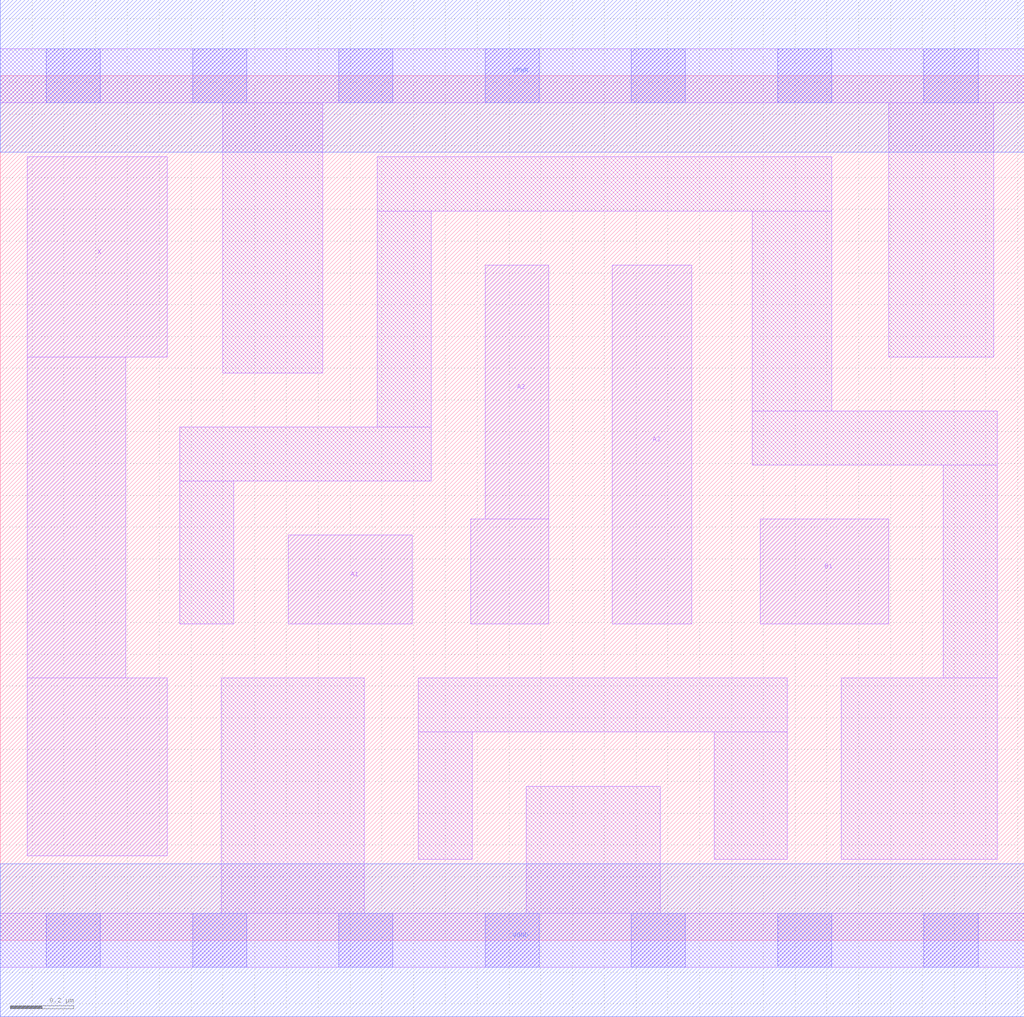
<source format=lef>
# Copyright 2020 The SkyWater PDK Authors
#
# Licensed under the Apache License, Version 2.0 (the "License");
# you may not use this file except in compliance with the License.
# You may obtain a copy of the License at
#
#     https://www.apache.org/licenses/LICENSE-2.0
#
# Unless required by applicable law or agreed to in writing, software
# distributed under the License is distributed on an "AS IS" BASIS,
# WITHOUT WARRANTIES OR CONDITIONS OF ANY KIND, either express or implied.
# See the License for the specific language governing permissions and
# limitations under the License.
#
# SPDX-License-Identifier: Apache-2.0

VERSION 5.7 ;
  NOWIREEXTENSIONATPIN ON ;
  DIVIDERCHAR "/" ;
  BUSBITCHARS "[]" ;
UNITS
  DATABASE MICRONS 200 ;
END UNITS
MACRO sky130_fd_sc_hd__o31a_1
  CLASS CORE ;
  FOREIGN sky130_fd_sc_hd__o31a_1 ;
  ORIGIN  0.000000  0.000000 ;
  SIZE  3.220000 BY  2.720000 ;
  SYMMETRY X Y R90 ;
  SITE unithd ;
  PIN A1
    ANTENNAGATEAREA  0.247500 ;
    DIRECTION INPUT ;
    USE SIGNAL ;
    PORT
      LAYER li1 ;
        RECT 0.905000 0.995000 1.295000 1.275000 ;
    END
  END A1
  PIN A2
    ANTENNAGATEAREA  0.247500 ;
    DIRECTION INPUT ;
    USE SIGNAL ;
    PORT
      LAYER li1 ;
        RECT 1.480000 0.995000 1.725000 1.325000 ;
        RECT 1.525000 1.325000 1.725000 2.125000 ;
    END
  END A2
  PIN A3
    ANTENNAGATEAREA  0.247500 ;
    DIRECTION INPUT ;
    USE SIGNAL ;
    PORT
      LAYER li1 ;
        RECT 1.925000 0.995000 2.175000 2.125000 ;
    END
  END A3
  PIN B1
    ANTENNAGATEAREA  0.247500 ;
    DIRECTION INPUT ;
    USE SIGNAL ;
    PORT
      LAYER li1 ;
        RECT 2.390000 0.995000 2.795000 1.325000 ;
    END
  END B1
  PIN X
    ANTENNADIFFAREA  0.594000 ;
    DIRECTION OUTPUT ;
    USE SIGNAL ;
    PORT
      LAYER li1 ;
        RECT 0.085000 0.265000 0.525000 0.825000 ;
        RECT 0.085000 0.825000 0.395000 1.835000 ;
        RECT 0.085000 1.835000 0.525000 2.465000 ;
    END
  END X
  PIN VGND
    DIRECTION INOUT ;
    SHAPE ABUTMENT ;
    USE GROUND ;
    PORT
      LAYER met1 ;
        RECT 0.000000 -0.240000 3.220000 0.240000 ;
    END
  END VGND
  PIN VPWR
    DIRECTION INOUT ;
    SHAPE ABUTMENT ;
    USE POWER ;
    PORT
      LAYER met1 ;
        RECT 0.000000 2.480000 3.220000 2.960000 ;
    END
  END VPWR
  OBS
    LAYER li1 ;
      RECT 0.000000 -0.085000 3.220000 0.085000 ;
      RECT 0.000000  2.635000 3.220000 2.805000 ;
      RECT 0.565000  0.995000 0.735000 1.445000 ;
      RECT 0.565000  1.445000 1.355000 1.615000 ;
      RECT 0.695000  0.085000 1.145000 0.825000 ;
      RECT 0.700000  1.785000 1.015000 2.635000 ;
      RECT 1.185000  1.615000 1.355000 2.295000 ;
      RECT 1.185000  2.295000 2.615000 2.465000 ;
      RECT 1.315000  0.255000 1.485000 0.655000 ;
      RECT 1.315000  0.655000 2.475000 0.825000 ;
      RECT 1.655000  0.085000 2.075000 0.485000 ;
      RECT 2.245000  0.255000 2.475000 0.655000 ;
      RECT 2.365000  1.495000 3.135000 1.665000 ;
      RECT 2.365000  1.665000 2.615000 2.295000 ;
      RECT 2.645000  0.255000 3.135000 0.825000 ;
      RECT 2.795000  1.835000 3.125000 2.635000 ;
      RECT 2.965000  0.825000 3.135000 1.495000 ;
    LAYER mcon ;
      RECT 0.145000 -0.085000 0.315000 0.085000 ;
      RECT 0.145000  2.635000 0.315000 2.805000 ;
      RECT 0.605000 -0.085000 0.775000 0.085000 ;
      RECT 0.605000  2.635000 0.775000 2.805000 ;
      RECT 1.065000 -0.085000 1.235000 0.085000 ;
      RECT 1.065000  2.635000 1.235000 2.805000 ;
      RECT 1.525000 -0.085000 1.695000 0.085000 ;
      RECT 1.525000  2.635000 1.695000 2.805000 ;
      RECT 1.985000 -0.085000 2.155000 0.085000 ;
      RECT 1.985000  2.635000 2.155000 2.805000 ;
      RECT 2.445000 -0.085000 2.615000 0.085000 ;
      RECT 2.445000  2.635000 2.615000 2.805000 ;
      RECT 2.905000 -0.085000 3.075000 0.085000 ;
      RECT 2.905000  2.635000 3.075000 2.805000 ;
  END
END sky130_fd_sc_hd__o31a_1
END LIBRARY

</source>
